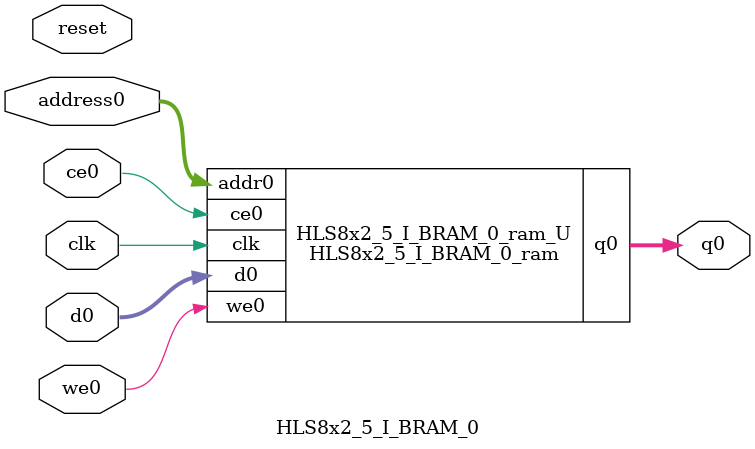
<source format=v>

`timescale 1 ns / 1 ps
module HLS8x2_5_I_BRAM_0_ram (addr0, ce0, d0, we0, q0,  clk);

parameter DWIDTH = 16;
parameter AWIDTH = 8;
parameter MEM_SIZE = 225;

input[AWIDTH-1:0] addr0;
input ce0;
input[DWIDTH-1:0] d0;
input we0;
output reg[DWIDTH-1:0] q0;
input clk;

(* ram_style = "block" *)reg [DWIDTH-1:0] ram[0:MEM_SIZE-1];




always @(posedge clk)  
begin 
    if (ce0) 
    begin
        if (we0) 
        begin 
            ram[addr0] <= d0; 
            q0 <= d0;
        end 
        else 
            q0 <= ram[addr0];
    end
end


endmodule


`timescale 1 ns / 1 ps
module HLS8x2_5_I_BRAM_0(
    reset,
    clk,
    address0,
    ce0,
    we0,
    d0,
    q0);

parameter DataWidth = 32'd16;
parameter AddressRange = 32'd225;
parameter AddressWidth = 32'd8;
input reset;
input clk;
input[AddressWidth - 1:0] address0;
input ce0;
input we0;
input[DataWidth - 1:0] d0;
output[DataWidth - 1:0] q0;



HLS8x2_5_I_BRAM_0_ram HLS8x2_5_I_BRAM_0_ram_U(
    .clk( clk ),
    .addr0( address0 ),
    .ce0( ce0 ),
    .d0( d0 ),
    .we0( we0 ),
    .q0( q0 ));

endmodule


</source>
